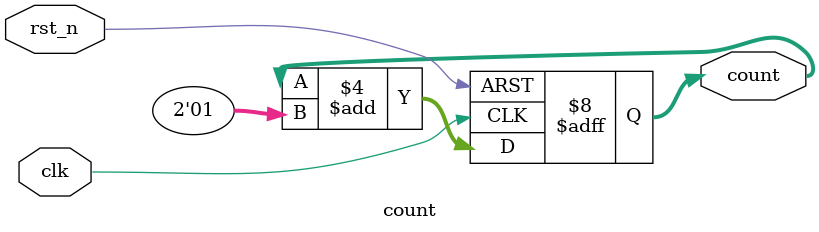
<source format=sv>
module count(
    input clk,
    input rst_n,
    output logic[1:0]count);
    always_ff @(posedge clk or negedge rst_n)
        if(!rst_n) count <= 2'b00;
        else if(c==2) count <= 2'b00;
        else count <= count + 2'b01;
endmodule

</source>
